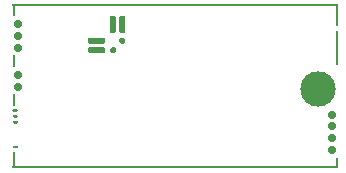
<source format=gtl>
G04 #@! TF.GenerationSoftware,KiCad,Pcbnew,8.0.9-8.0.9-0~ubuntu24.04.1*
G04 #@! TF.CreationDate,2025-03-28T05:42:07+00:00*
G04 #@! TF.ProjectId,adapterboard,61646170-7465-4726-926f-6172642e6b69,rev?*
G04 #@! TF.SameCoordinates,Original*
G04 #@! TF.FileFunction,Copper,L1,Top*
G04 #@! TF.FilePolarity,Positive*
%FSLAX46Y46*%
G04 Gerber Fmt 4.6, Leading zero omitted, Abs format (unit mm)*
G04 Created by KiCad (PCBNEW 8.0.9-8.0.9-0~ubuntu24.04.1) date 2025-03-28 05:42:07*
%MOMM*%
%LPD*%
G01*
G04 APERTURE LIST*
G04 #@! TA.AperFunction,ComponentPad*
%ADD10C,0.700000*%
G04 #@! TD*
G04 #@! TA.AperFunction,SMDPad,CuDef*
%ADD11C,3.000000*%
G04 #@! TD*
G04 #@! TA.AperFunction,SMDPad,CuDef*
%ADD12R,0.250000X3.000000*%
G04 #@! TD*
G04 #@! TA.AperFunction,SMDPad,CuDef*
%ADD13R,0.250000X1.100000*%
G04 #@! TD*
G04 #@! TA.AperFunction,SMDPad,CuDef*
%ADD14R,0.250000X0.980000*%
G04 #@! TD*
G04 #@! TA.AperFunction,SMDPad,CuDef*
%ADD15R,0.250000X1.450000*%
G04 #@! TD*
G04 #@! TA.AperFunction,SMDPad,CuDef*
%ADD16R,27.600000X0.250000*%
G04 #@! TD*
G04 #@! TA.AperFunction,SMDPad,CuDef*
%ADD17R,0.250000X1.950000*%
G04 #@! TD*
G04 #@! TA.AperFunction,SMDPad,CuDef*
%ADD18R,0.250000X0.950000*%
G04 #@! TD*
G04 APERTURE END LIST*
D10*
G04 #@! TO.P,M1,E1,LSU_Un*
G04 #@! TO.N,unconnected-(M1-LSU_Un-PadE1)*
X28395000Y2785000D03*
G04 #@! TO.P,M1,E2,LSU_Vm*
G04 #@! TO.N,unconnected-(M1-LSU_Vm-PadE2)*
X28395000Y5785000D03*
G04 #@! TO.P,M1,E3,LSU_Ip*
G04 #@! TO.N,unconnected-(M1-LSU_Ip-PadE3)*
X28395000Y4785000D03*
G04 #@! TO.P,M1,E4,LSU_Rtrim*
G04 #@! TO.N,unconnected-(M1-LSU_Rtrim-PadE4)*
X28395000Y3785000D03*
D11*
G04 #@! TO.P,M1,E5,LSU_H+*
G04 #@! TO.N,unconnected-(M1-LSU_H+-PadE5)*
X27145000Y7935000D03*
D12*
G04 #@! TO.P,M1,E6,LSU_H-*
G04 #@! TO.N,unconnected-(M1-LSU_H--PadE6)*
X28770000Y11435000D03*
D13*
G04 #@! TO.P,M1,G,GND*
G04 #@! TO.N,unconnected-(M1-GND-PadG)*
X1420000Y14635000D03*
D14*
X1420000Y10295000D03*
X1420000Y6995000D03*
D15*
X1420000Y1910000D03*
D16*
X15095000Y15060000D03*
X15095000Y1310000D03*
D17*
X28770000Y14210000D03*
D18*
X28770000Y1660000D03*
G04 #@! TO.P,M1,J1,SEL1*
G04 #@! TO.N,unconnected-(M1-SEL1-PadJ1)*
G04 #@! TA.AperFunction,SMDPad,CuDef*
G36*
G01*
X10845000Y14035000D02*
X10845000Y12785000D01*
G75*
G02*
X10720000Y12660000I-125000J0D01*
G01*
X10470000Y12660000D01*
G75*
G02*
X10345000Y12785000I0J125000D01*
G01*
X10345000Y14035000D01*
G75*
G02*
X10470000Y14160000I125000J0D01*
G01*
X10720000Y14160000D01*
G75*
G02*
X10845000Y14035000I0J-125000D01*
G01*
G37*
G04 #@! TD.AperFunction*
G04 #@! TO.P,M1,J2,SEL2*
G04 #@! TO.N,unconnected-(M1-SEL2-PadJ2)*
G04 #@! TA.AperFunction,SMDPad,CuDef*
G36*
G01*
X9170000Y11360000D02*
X9170000Y11110000D01*
G75*
G02*
X9045000Y10985000I-125000J0D01*
G01*
X7795000Y10985000D01*
G75*
G02*
X7670000Y11110000I0J125000D01*
G01*
X7670000Y11360000D01*
G75*
G02*
X7795000Y11485000I125000J0D01*
G01*
X9045000Y11485000D01*
G75*
G02*
X9170000Y11360000I0J-125000D01*
G01*
G37*
G04 #@! TD.AperFunction*
G04 #@! TO.P,M1,J_GND1,PULL_DOWN1*
G04 #@! TO.N,unconnected-(M1-PULL_DOWN1-PadJ_GND1)*
G04 #@! TA.AperFunction,SMDPad,CuDef*
G36*
G01*
X10045000Y14035000D02*
X10045000Y12785000D01*
G75*
G02*
X9920000Y12660000I-125000J0D01*
G01*
X9670000Y12660000D01*
G75*
G02*
X9545000Y12785000I0J125000D01*
G01*
X9545000Y14035000D01*
G75*
G02*
X9670000Y14160000I125000J0D01*
G01*
X9920000Y14160000D01*
G75*
G02*
X10045000Y14035000I0J-125000D01*
G01*
G37*
G04 #@! TD.AperFunction*
G04 #@! TO.P,M1,J_GND2,PULL_DOWN2*
G04 #@! TO.N,unconnected-(M1-PULL_DOWN2-PadJ_GND2)*
G04 #@! TA.AperFunction,SMDPad,CuDef*
G36*
G01*
X9720000Y11485000D02*
X9970000Y11485000D01*
G75*
G02*
X10095000Y11360000I0J-125000D01*
G01*
X10095000Y11110000D01*
G75*
G02*
X9970000Y10985000I-125000J0D01*
G01*
X9720000Y10985000D01*
G75*
G02*
X9595000Y11110000I0J125000D01*
G01*
X9595000Y11360000D01*
G75*
G02*
X9720000Y11485000I125000J0D01*
G01*
G37*
G04 #@! TD.AperFunction*
G04 #@! TO.P,M1,J_VCC1,PULL_UP1*
G04 #@! TO.N,unconnected-(M1-PULL_UP1-PadJ_VCC1)*
G04 #@! TA.AperFunction,SMDPad,CuDef*
G36*
G01*
X10845000Y12160000D02*
X10845000Y11910000D01*
G75*
G02*
X10720000Y11785000I-125000J0D01*
G01*
X10470000Y11785000D01*
G75*
G02*
X10345000Y11910000I0J125000D01*
G01*
X10345000Y12160000D01*
G75*
G02*
X10470000Y12285000I125000J0D01*
G01*
X10720000Y12285000D01*
G75*
G02*
X10845000Y12160000I0J-125000D01*
G01*
G37*
G04 #@! TD.AperFunction*
G04 #@! TO.P,M1,J_VCC2,PULL_UP2*
G04 #@! TO.N,unconnected-(M1-PULL_UP2-PadJ_VCC2)*
G04 #@! TA.AperFunction,SMDPad,CuDef*
G36*
G01*
X9170000Y12160000D02*
X9170000Y11910000D01*
G75*
G02*
X9045000Y11785000I-125000J0D01*
G01*
X7795000Y11785000D01*
G75*
G02*
X7670000Y11910000I0J125000D01*
G01*
X7670000Y12160000D01*
G75*
G02*
X7795000Y12285000I125000J0D01*
G01*
X9045000Y12285000D01*
G75*
G02*
X9170000Y12160000I0J-125000D01*
G01*
G37*
G04 #@! TD.AperFunction*
D10*
G04 #@! TO.P,M1,W1,V5_IN*
G04 #@! TO.N,unconnected-(M1-V5_IN-PadW1)*
X1803800Y12435000D03*
G04 #@! TO.P,M1,W2,CAN_VIO*
G04 #@! TO.N,unconnected-(M1-CAN_VIO-PadW2)*
X1803800Y11435000D03*
G04 #@! TO.P,M1,W3,CANL*
G04 #@! TO.N,unconnected-(M1-CANL-PadW3)*
X1803800Y8139000D03*
G04 #@! TO.P,M1,W4,CANH*
G04 #@! TO.N,unconnected-(M1-CANH-PadW4)*
X1803800Y9155000D03*
G04 #@! TO.P,M1,W5,nReset*
G04 #@! TO.N,unconnected-(M1-nReset-PadW5)*
G04 #@! TA.AperFunction,SMDPad,CuDef*
G36*
G01*
X1295000Y6135000D02*
X1295000Y6135000D01*
G75*
G02*
X1420000Y6260000I125000J0D01*
G01*
X1670000Y6260000D01*
G75*
G02*
X1795000Y6135000I0J-125000D01*
G01*
X1795000Y6135000D01*
G75*
G02*
X1670000Y6010000I-125000J0D01*
G01*
X1420000Y6010000D01*
G75*
G02*
X1295000Y6135000I0J125000D01*
G01*
G37*
G04 #@! TD.AperFunction*
G04 #@! TO.P,M1,W6,SWDIO*
G04 #@! TO.N,unconnected-(M1-SWDIO-PadW6)*
G04 #@! TA.AperFunction,SMDPad,CuDef*
G36*
G01*
X1295000Y5635000D02*
X1295000Y5635000D01*
G75*
G02*
X1420000Y5760000I125000J0D01*
G01*
X1670000Y5760000D01*
G75*
G02*
X1795000Y5635000I0J-125000D01*
G01*
X1795000Y5635000D01*
G75*
G02*
X1670000Y5510000I-125000J0D01*
G01*
X1420000Y5510000D01*
G75*
G02*
X1295000Y5635000I0J125000D01*
G01*
G37*
G04 #@! TD.AperFunction*
G04 #@! TO.P,M1,W7,SWCLK*
G04 #@! TO.N,unconnected-(M1-SWCLK-PadW7)*
G04 #@! TA.AperFunction,SMDPad,CuDef*
G36*
G01*
X1295000Y5135000D02*
X1295000Y5135000D01*
G75*
G02*
X1420000Y5260000I125000J0D01*
G01*
X1670000Y5260000D01*
G75*
G02*
X1795000Y5135000I0J-125000D01*
G01*
X1795000Y5135000D01*
G75*
G02*
X1670000Y5010000I-125000J0D01*
G01*
X1420000Y5010000D01*
G75*
G02*
X1295000Y5135000I0J125000D01*
G01*
G37*
G04 #@! TD.AperFunction*
G04 #@! TO.P,M1,W8,V33_OUT*
G04 #@! TO.N,unconnected-(M1-V33_OUT-PadW8)*
G04 #@! TA.AperFunction,SMDPad,CuDef*
G36*
G01*
X1295000Y3035000D02*
X1295000Y3035000D01*
G75*
G02*
X1420000Y3160000I125000J0D01*
G01*
X1670000Y3160000D01*
G75*
G02*
X1795000Y3035000I0J-125000D01*
G01*
X1795000Y3035000D01*
G75*
G02*
X1670000Y2910000I-125000J0D01*
G01*
X1420000Y2910000D01*
G75*
G02*
X1295000Y3035000I0J125000D01*
G01*
G37*
G04 #@! TD.AperFunction*
G04 #@! TO.P,M1,W9,VDDA*
G04 #@! TO.N,unconnected-(M1-VDDA-PadW9)*
X1803800Y13435000D03*
G04 #@! TD*
M02*

</source>
